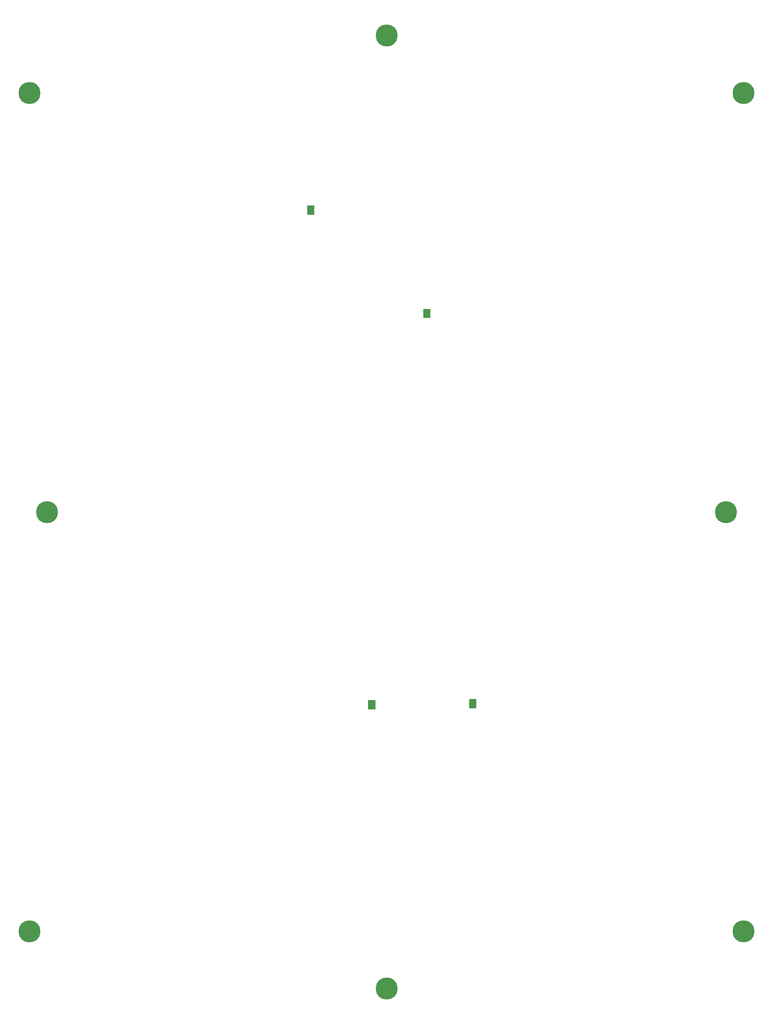
<source format=gbr>
%TF.GenerationSoftware,KiCad,Pcbnew,5.99.0-unknown-b1adb93c1~106~ubuntu20.04.1*%
%TF.CreationDate,2020-12-18T19:28:59-06:00*%
%TF.ProjectId,FlatAntPanel4x4,466c6174-416e-4745-9061-6e656c347834,rev?*%
%TF.SameCoordinates,Original*%
%TF.FileFunction,Soldermask,Bot*%
%TF.FilePolarity,Negative*%
%FSLAX46Y46*%
G04 Gerber Fmt 4.6, Leading zero omitted, Abs format (unit mm)*
G04 Created by KiCad (PCBNEW 5.99.0-unknown-b1adb93c1~106~ubuntu20.04.1) date 2020-12-18 19:28:59*
%MOMM*%
%LPD*%
G01*
G04 APERTURE LIST*
%ADD10C,0.000100*%
%ADD11C,1.565000*%
%ADD12C,5.000000*%
%ADD13C,2.900000*%
G04 APERTURE END LIST*
D10*
%TO.C,Feed1*%
X76567490Y-43532296D02*
X75003379Y-43532296D01*
X75003379Y-43532296D02*
X75003380Y-45531585D01*
X75003380Y-45531585D02*
X76567490Y-45531585D01*
X76567490Y-45531585D02*
X76567490Y-43532296D01*
G36*
X76567490Y-45531585D02*
G01*
X75003380Y-45531585D01*
X75003379Y-43532296D01*
X76567490Y-43532296D01*
X76567490Y-45531585D01*
G37*
X76567490Y-45531585D02*
X75003380Y-45531585D01*
X75003379Y-43532296D01*
X76567490Y-43532296D01*
X76567490Y-45531585D01*
X101297510Y-68947704D02*
X102861621Y-68947704D01*
X102861621Y-68947704D02*
X102861620Y-66948415D01*
X102861620Y-66948415D02*
X101297510Y-66948415D01*
X101297510Y-66948415D02*
X101297510Y-68947704D01*
G36*
X102861621Y-68947704D02*
G01*
X101297510Y-68947704D01*
X101297510Y-66948415D01*
X102861620Y-66948415D01*
X102861621Y-68947704D01*
G37*
X102861621Y-68947704D02*
X101297510Y-68947704D01*
X101297510Y-66948415D01*
X102861620Y-66948415D01*
X102861621Y-68947704D01*
X90407490Y-155652296D02*
X88843379Y-155652296D01*
X88843379Y-155652296D02*
X88843380Y-157651585D01*
X88843380Y-157651585D02*
X90407490Y-157651585D01*
X90407490Y-157651585D02*
X90407490Y-155652296D01*
G36*
X90407490Y-157651585D02*
G01*
X88843380Y-157651585D01*
X88843379Y-155652296D01*
X90407490Y-155652296D01*
X90407490Y-157651585D01*
G37*
X90407490Y-157651585D02*
X88843380Y-157651585D01*
X88843379Y-155652296D01*
X90407490Y-155652296D01*
X90407490Y-157651585D01*
X111727510Y-157362704D02*
X113291621Y-157362704D01*
X113291621Y-157362704D02*
X113291620Y-155363415D01*
X113291620Y-155363415D02*
X111727510Y-155363415D01*
X111727510Y-155363415D02*
X111727510Y-157362704D01*
G36*
X113291621Y-157362704D02*
G01*
X111727510Y-157362704D01*
X111727510Y-155363415D01*
X113291620Y-155363415D01*
X113291621Y-157362704D01*
G37*
X113291621Y-157362704D02*
X111727510Y-157362704D01*
X111727510Y-155363415D01*
X113291620Y-155363415D01*
X113291621Y-157362704D01*
%TD*%
D11*
%TO.C,Feed1*%
X75785000Y-44530000D03*
%TD*%
%TO.C,Feed1*%
X102080000Y-67950000D03*
%TD*%
%TO.C,Feed1*%
X89625000Y-156650000D03*
%TD*%
%TO.C,Feed1*%
X112510000Y-156365000D03*
%TD*%
D12*
%TO.C,H9*%
X93000000Y-221000000D03*
D13*
X93000000Y-221000000D03*
%TD*%
D12*
%TO.C,H10*%
X93000000Y-5000000D03*
D13*
X93000000Y-5000000D03*
%TD*%
D12*
%TO.C,H12*%
X170000000Y-113000000D03*
D13*
X170000000Y-113000000D03*
%TD*%
D12*
%TO.C,H4*%
X174000000Y-208000000D03*
D13*
X174000000Y-208000000D03*
%TD*%
D12*
%TO.C,H2*%
X174000000Y-18000000D03*
D13*
X174000000Y-18000000D03*
%TD*%
D12*
%TO.C,H3*%
X12000000Y-208000000D03*
D13*
X12000000Y-208000000D03*
%TD*%
D12*
%TO.C,H1*%
X12000000Y-18000000D03*
D13*
X12000000Y-18000000D03*
%TD*%
D12*
%TO.C,H11*%
X16000000Y-113000000D03*
D13*
X16000000Y-113000000D03*
%TD*%
M02*

</source>
